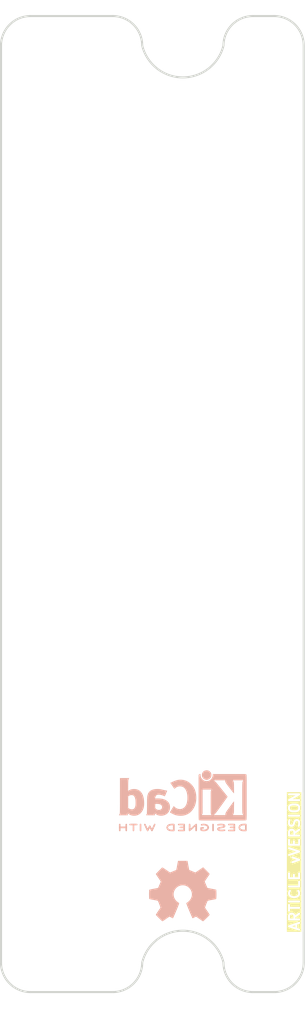
<source format=kicad_pcb>
(kicad_pcb (version 20240108) (generator "pcbnew") (generator_version "8.0")
  (title_block (title "${article} v${version}"))
  (layers (0 "F.Cu" signal) (31 "B.Cu" signal) (34 "B.Paste" user) (35 "F.Paste" user) (36 "B.SilkS" user "B.Silkscreen") (37 "F.SilkS" user "F.Silkscreen") (38 "B.Mask" user) (39 "F.Mask" user) (44 "Edge.Cuts" user))
  (property "article" "ARTICLE")
  (property "version" "VERSION")
  (net 0 "")
  (footprint "MountingHole:MountingHole_3.2mm_M3" (layer "F.Cu") (at 68.8 54.8)
    (property "Reference" "H5" (hide yes))
    (property "Value" "MountingHole")
    (pad "" np_thru_hole circle (at 0 0) (size 3.2 3.2) (drill 3.2) (layers "*.Cu" "*.Mask"))
  )
  (footprint "MountingHole:MountingHole_3.2mm_M3" (layer "F.Cu") (at 68.8 146.8)
    (property "Reference" "H6" (hide yes))
    (property "Value" "MountingHole")
    (pad "" np_thru_hole circle (at 0 0) (size 3.2 3.2) (drill 3.2) (layers "*.Cu" "*.Mask"))
  )
  (footprint "MountingHole:MountingHole_2.2mm_M2" (layer "F.Cu") (at 75.8 55.8)
    (property "Reference" "H1" (hide yes))
    (property "Value" "MountingHole")
    (pad "" np_thru_hole circle (at 0 0) (size 2.2 2.2) (drill 2.2) (layers "*.Cu" "*.Mask"))
  )
  (footprint "MountingHole:MountingHole_2.2mm_M2" (layer "F.Cu") (at 61.8 145.8)
    (property "Reference" "H4" (hide yes))
    (property "Value" "MountingHole")
    (pad "" np_thru_hole circle (at 0 0) (size 2.2 2.2) (drill 2.2) (layers "*.Cu" "*.Mask"))
  )
  (footprint "MountingHole:MountingHole_2.2mm_M2" (layer "F.Cu") (at 75.8 145.8)
    (property "Reference" "H2" (hide yes))
    (property "Value" "MountingHole")
    (pad "" np_thru_hole circle (at 0 0) (size 2.2 2.2) (drill 2.2) (layers "*.Cu" "*.Mask"))
  )
  (footprint "MountingHole:MountingHole_2.2mm_M2" (layer "F.Cu") (at 61.8 55.8)
    (property "Reference" "H3" (hide yes))
    (property "Value" "MountingHole")
    (pad "" np_thru_hole circle (at 0 0) (size 2.2 2.2) (drill 2.2) (layers "*.Cu" "*.Mask"))
  )
  (footprint "Symbol:OSHW-Symbol_6.7x6mm_SilkScreen" (layer "B.Cu") (at 68.8 138.8 180)
    (property "Reference" "REF**" (hide yes))
    (property "Value" "OSHW-Symbol_6.7x6mm_SilkScreen" (hide yes))
  )
  (footprint "Symbol:KiCad-Logo2_5mm_SilkScreen" (layer "B.Cu") (at 68.8 129.91 180)
    (property "Reference" "Logo_kicad" (hide yes))
    (property "Value" "KiCad-Logo2_5mm_SilkScreen" (hide yes))
  )
  (gr_arc (start 72.799999 55.8) (mid 68.8 58.923105) (end 64.800001 55.8) (stroke (width 0.2)) (layer "Edge.Cuts"))
  (gr_line (start 61.9 52.9) (end 53.8 52.9) (stroke (width 0.2)) (layer "Edge.Cuts"))
  (gr_arc (start 61.9 52.9) (mid 63.95061 53.74939) (end 64.8 55.8) (stroke (width 0.2)) (layer "Edge.Cuts"))
  (gr_line (start 50.9 145.8) (end 50.9 55.8) (stroke (width 0.2)) (layer "Edge.Cuts"))
  (gr_line (start 77.8 148.7) (end 75.7 148.7) (stroke (width 0.2)) (layer "Edge.Cuts"))
  (gr_arc (start 50.9 55.8) (mid 51.74939 53.74939) (end 53.8 52.9) (stroke (width 0.2)) (layer "Edge.Cuts"))
  (gr_line (start 80.7 55.8) (end 80.7 145.8) (stroke (width 0.2)) (layer "Edge.Cuts"))
  (gr_arc (start 53.8 148.7) (mid 51.74939 147.85061) (end 50.9 145.8) (stroke (width 0.2)) (layer "Edge.Cuts"))
  (gr_line (start 77.8 52.9) (end 75.7 52.9) (stroke (width 0.2)) (layer "Edge.Cuts"))
  (gr_line (start 61.9 148.7) (end 53.8 148.7) (stroke (width 0.2)) (layer "Edge.Cuts"))
  (gr_arc (start 72.8 55.8) (mid 73.64939 53.74939) (end 75.7 52.9) (stroke (width 0.2)) (layer "Edge.Cuts"))
  (gr_arc (start 64.800001 145.8) (mid 68.8 142.676895) (end 72.799999 145.8) (stroke (width 0.2)) (layer "Edge.Cuts"))
  (gr_arc (start 80.7 145.8) (mid 79.85061 147.85061) (end 77.8 148.7) (stroke (width 0.2)) (layer "Edge.Cuts"))
  (gr_arc (start 75.7 148.7) (mid 73.64939 147.85061) (end 72.8 145.8) (stroke (width 0.2)) (layer "Edge.Cuts"))
  (gr_arc (start 64.8 145.8) (mid 63.95061 147.85061) (end 61.9 148.7) (stroke (width 0.2)) (layer "Edge.Cuts"))
  (gr_arc (start 77.8 52.9) (mid 79.85061 53.74939) (end 80.7 55.8) (stroke (width 0.2)) (layer "Edge.Cuts"))
  (gr_text "${article} v${version}" (at 79.8 142.8 90) (layer "F.SilkS" knockout) (effects (font (size 1 1) (thickness 0.2) (bold yes)) (justify left)))
)
</source>
